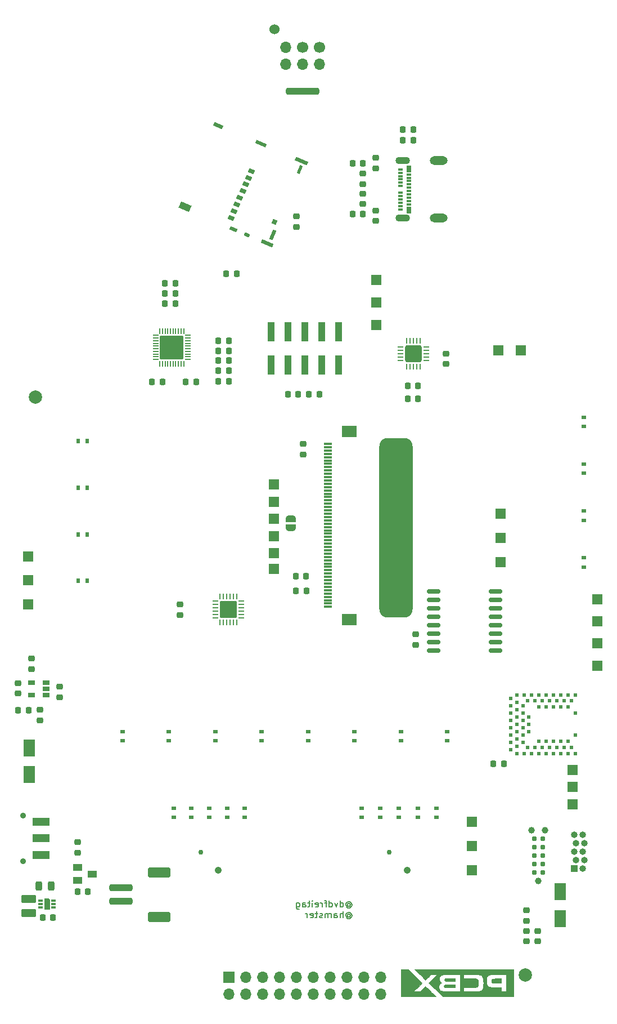
<source format=gbs>
G04 #@! TF.GenerationSoftware,KiCad,Pcbnew,(6.0.5)*
G04 #@! TF.CreationDate,2022-09-11T23:28:05-06:00*
G04 #@! TF.ProjectId,purplewizard,70757270-6c65-4776-997a-6172642e6b69,1.1*
G04 #@! TF.SameCoordinates,Original*
G04 #@! TF.FileFunction,Soldermask,Bot*
G04 #@! TF.FilePolarity,Negative*
%FSLAX46Y46*%
G04 Gerber Fmt 4.6, Leading zero omitted, Abs format (unit mm)*
G04 Created by KiCad (PCBNEW (6.0.5)) date 2022-09-11 23:28:05*
%MOMM*%
%LPD*%
G01*
G04 APERTURE LIST*
G04 Aperture macros list*
%AMRoundRect*
0 Rectangle with rounded corners*
0 $1 Rounding radius*
0 $2 $3 $4 $5 $6 $7 $8 $9 X,Y pos of 4 corners*
0 Add a 4 corners polygon primitive as box body*
4,1,4,$2,$3,$4,$5,$6,$7,$8,$9,$2,$3,0*
0 Add four circle primitives for the rounded corners*
1,1,$1+$1,$2,$3*
1,1,$1+$1,$4,$5*
1,1,$1+$1,$6,$7*
1,1,$1+$1,$8,$9*
0 Add four rect primitives between the rounded corners*
20,1,$1+$1,$2,$3,$4,$5,0*
20,1,$1+$1,$4,$5,$6,$7,0*
20,1,$1+$1,$6,$7,$8,$9,0*
20,1,$1+$1,$8,$9,$2,$3,0*%
%AMRotRect*
0 Rectangle, with rotation*
0 The origin of the aperture is its center*
0 $1 length*
0 $2 width*
0 $3 Rotation angle, in degrees counterclockwise*
0 Add horizontal line*
21,1,$1,$2,0,0,$3*%
%AMOutline5P*
0 Free polygon, 5 corners , with rotation*
0 The origin of the aperture is its center*
0 number of corners: always 5*
0 $1 to $10 corner X, Y*
0 $11 Rotation angle, in degrees counterclockwise*
0 create outline with 5 corners*
4,1,5,$1,$2,$3,$4,$5,$6,$7,$8,$9,$10,$1,$2,$11*%
%AMOutline6P*
0 Free polygon, 6 corners , with rotation*
0 The origin of the aperture is its center*
0 number of corners: always 6*
0 $1 to $12 corner X, Y*
0 $13 Rotation angle, in degrees counterclockwise*
0 create outline with 6 corners*
4,1,6,$1,$2,$3,$4,$5,$6,$7,$8,$9,$10,$11,$12,$1,$2,$13*%
%AMOutline7P*
0 Free polygon, 7 corners , with rotation*
0 The origin of the aperture is its center*
0 number of corners: always 7*
0 $1 to $14 corner X, Y*
0 $15 Rotation angle, in degrees counterclockwise*
0 create outline with 7 corners*
4,1,7,$1,$2,$3,$4,$5,$6,$7,$8,$9,$10,$11,$12,$13,$14,$1,$2,$15*%
%AMOutline8P*
0 Free polygon, 8 corners , with rotation*
0 The origin of the aperture is its center*
0 number of corners: always 8*
0 $1 to $16 corner X, Y*
0 $17 Rotation angle, in degrees counterclockwise*
0 create outline with 8 corners*
4,1,8,$1,$2,$3,$4,$5,$6,$7,$8,$9,$10,$11,$12,$13,$14,$15,$16,$1,$2,$17*%
%AMFreePoly0*
4,1,12,-0.150000,0.225000,-0.138582,0.282403,-0.106066,0.331066,-0.057403,0.363582,0.000000,0.375000,0.057403,0.363582,0.106066,0.331066,0.138582,0.282403,0.150000,0.225000,0.150000,-0.375000,-0.150000,-0.375000,-0.150000,0.225000,-0.150000,0.225000,$1*%
%AMFreePoly1*
4,1,22,0.500000,-0.750000,0.000000,-0.750000,0.000000,-0.745033,-0.079941,-0.743568,-0.215256,-0.701293,-0.333266,-0.622738,-0.424486,-0.514219,-0.481581,-0.384460,-0.499164,-0.250000,-0.500000,-0.250000,-0.500000,0.250000,-0.499164,0.250000,-0.499963,0.256109,-0.478152,0.396186,-0.417904,0.524511,-0.324060,0.630769,-0.204165,0.706417,-0.067858,0.745374,0.000000,0.744959,0.000000,0.750000,
0.500000,0.750000,0.500000,-0.750000,0.500000,-0.750000,$1*%
%AMFreePoly2*
4,1,20,0.000000,0.744959,0.073905,0.744508,0.209726,0.703889,0.328688,0.626782,0.421226,0.519385,0.479903,0.390333,0.500000,0.250000,0.500000,-0.250000,0.499851,-0.262216,0.476331,-0.402017,0.414519,-0.529596,0.319384,-0.634700,0.198574,-0.708877,0.061801,-0.746166,0.000000,-0.745033,0.000000,-0.750000,-0.500000,-0.750000,-0.500000,0.750000,0.000000,0.750000,0.000000,0.744959,
0.000000,0.744959,$1*%
G04 Aperture macros list end*
%ADD10C,0.150000*%
%ADD11C,0.010000*%
%ADD12R,0.700000X0.300000*%
%ADD13R,0.700000X1.000000*%
%ADD14O,2.200000X1.100000*%
%ADD15O,2.700000X1.300000*%
%ADD16RoundRect,0.250000X0.850000X-0.375000X0.850000X0.375000X-0.850000X0.375000X-0.850000X-0.375000X0*%
%ADD17Outline5P,-0.850000X0.240000X-0.690000X0.400000X0.850000X0.400000X0.850000X-0.400000X-0.850000X-0.400000X270.000000*%
%ADD18FreePoly0,270.000000*%
%ADD19FreePoly0,90.000000*%
%ADD20R,0.700000X0.600000*%
%ADD21R,0.600000X0.700000*%
%ADD22RotRect,1.010000X1.700000X67.000000*%
%ADD23RotRect,0.520000X1.150000X67.000000*%
%ADD24RotRect,0.520000X0.820000X67.000000*%
%ADD25RotRect,0.570000X1.850000X67.000000*%
%ADD26RotRect,1.550000X0.550000X67.000000*%
%ADD27RotRect,0.700000X0.700000X67.000000*%
%ADD28RotRect,1.300000X0.450000X67.000000*%
%ADD29RotRect,0.570000X1.960000X67.000000*%
%ADD30RotRect,0.520000X1.650000X67.000000*%
%ADD31RotRect,0.570000X1.450000X67.000000*%
%ADD32RotRect,0.640000X0.900000X67.000000*%
%ADD33R,1.500000X1.500000*%
%ADD34RoundRect,0.218750X-0.218750X-0.256250X0.218750X-0.256250X0.218750X0.256250X-0.218750X0.256250X0*%
%ADD35FreePoly1,270.000000*%
%ADD36FreePoly2,270.000000*%
%ADD37RoundRect,0.250000X-2.250000X-0.250000X2.250000X-0.250000X2.250000X0.250000X-2.250000X0.250000X0*%
%ADD38C,1.700000*%
%ADD39O,1.700000X1.700000*%
%ADD40C,1.524000*%
%ADD41C,2.000000*%
%ADD42RoundRect,0.249998X-1.550002X-1.550002X1.550002X-1.550002X1.550002X1.550002X-1.550002X1.550002X0*%
%ADD43RoundRect,0.062500X-0.350000X-0.062500X0.350000X-0.062500X0.350000X0.062500X-0.350000X0.062500X0*%
%ADD44RoundRect,0.062500X-0.062500X-0.350000X0.062500X-0.350000X0.062500X0.350000X-0.062500X0.350000X0*%
%ADD45R,1.300000X0.300000*%
%ADD46R,2.200000X1.800000*%
%ADD47RoundRect,1.250000X-1.250000X-12.250000X1.250000X-12.250000X1.250000X12.250000X-1.250000X12.250000X0*%
%ADD48R,1.800000X2.500000*%
%ADD49RoundRect,0.218750X-0.256250X0.218750X-0.256250X-0.218750X0.256250X-0.218750X0.256250X0.218750X0*%
%ADD50RoundRect,0.218750X0.256250X-0.218750X0.256250X0.218750X-0.256250X0.218750X-0.256250X-0.218750X0*%
%ADD51RoundRect,0.218750X0.218750X0.256250X-0.218750X0.256250X-0.218750X-0.256250X0.218750X-0.256250X0*%
%ADD52C,0.900000*%
%ADD53R,2.500000X1.250000*%
%ADD54RoundRect,0.243750X-0.243750X-0.456250X0.243750X-0.456250X0.243750X0.456250X-0.243750X0.456250X0*%
%ADD55C,1.050000*%
%ADD56C,0.750000*%
%ADD57C,0.985520*%
%ADD58C,0.988060*%
%ADD59C,0.784860*%
%ADD60R,1.060000X0.650000*%
%ADD61RoundRect,0.250000X-1.450000X0.500000X-1.450000X-0.500000X1.450000X-0.500000X1.450000X0.500000X0*%
%ADD62RoundRect,0.250000X-1.500000X0.250000X-1.500000X-0.250000X1.500000X-0.250000X1.500000X0.250000X0*%
%ADD63R,1.400000X1.000000*%
%ADD64R,1.000000X1.000000*%
%ADD65O,1.000000X1.000000*%
%ADD66RoundRect,0.062500X0.350000X-0.062500X0.350000X0.062500X-0.350000X0.062500X-0.350000X-0.062500X0*%
%ADD67RoundRect,0.062500X0.062500X-0.350000X0.062500X0.350000X-0.062500X0.350000X-0.062500X-0.350000X0*%
%ADD68RoundRect,0.250000X1.000000X-1.000000X1.000000X1.000000X-1.000000X1.000000X-1.000000X-1.000000X0*%
%ADD69R,0.500000X0.500000*%
%ADD70RoundRect,0.150000X-0.875000X-0.150000X0.875000X-0.150000X0.875000X0.150000X-0.875000X0.150000X0*%
%ADD71RoundRect,0.250000X-1.050000X-1.050000X1.050000X-1.050000X1.050000X1.050000X-1.050000X1.050000X0*%
%ADD72R,1.700000X1.700000*%
%ADD73R,1.000000X3.000000*%
G04 APERTURE END LIST*
D10*
X154640957Y-155124790D02*
X154688576Y-155077171D01*
X154783814Y-155029552D01*
X154879052Y-155029552D01*
X154974290Y-155077171D01*
X155021909Y-155124790D01*
X155069528Y-155220028D01*
X155069528Y-155315266D01*
X155021909Y-155410504D01*
X154974290Y-155458123D01*
X154879052Y-155505742D01*
X154783814Y-155505742D01*
X154688576Y-155458123D01*
X154640957Y-155410504D01*
X154640957Y-155029552D02*
X154640957Y-155410504D01*
X154593338Y-155458123D01*
X154545719Y-155458123D01*
X154450480Y-155410504D01*
X154402861Y-155315266D01*
X154402861Y-155077171D01*
X154498100Y-154934314D01*
X154640957Y-154839076D01*
X154831433Y-154791457D01*
X155021909Y-154839076D01*
X155164766Y-154934314D01*
X155260004Y-155077171D01*
X155307623Y-155267647D01*
X155260004Y-155458123D01*
X155164766Y-155600980D01*
X155021909Y-155696219D01*
X154831433Y-155743838D01*
X154640957Y-155696219D01*
X154498100Y-155600980D01*
X153545719Y-155600980D02*
X153545719Y-154600980D01*
X153545719Y-155553361D02*
X153640957Y-155600980D01*
X153831433Y-155600980D01*
X153926671Y-155553361D01*
X153974290Y-155505742D01*
X154021909Y-155410504D01*
X154021909Y-155124790D01*
X153974290Y-155029552D01*
X153926671Y-154981933D01*
X153831433Y-154934314D01*
X153640957Y-154934314D01*
X153545719Y-154981933D01*
X153164766Y-154934314D02*
X152926671Y-155600980D01*
X152688576Y-154934314D01*
X151879052Y-155600980D02*
X151879052Y-154600980D01*
X151879052Y-155553361D02*
X151974290Y-155600980D01*
X152164766Y-155600980D01*
X152260004Y-155553361D01*
X152307623Y-155505742D01*
X152355242Y-155410504D01*
X152355242Y-155124790D01*
X152307623Y-155029552D01*
X152260004Y-154981933D01*
X152164766Y-154934314D01*
X151974290Y-154934314D01*
X151879052Y-154981933D01*
X151545719Y-154934314D02*
X151164766Y-154934314D01*
X151402861Y-155600980D02*
X151402861Y-154743838D01*
X151355242Y-154648600D01*
X151260004Y-154600980D01*
X151164766Y-154600980D01*
X150831433Y-155600980D02*
X150831433Y-154934314D01*
X150831433Y-155124790D02*
X150783814Y-155029552D01*
X150736195Y-154981933D01*
X150640957Y-154934314D01*
X150545719Y-154934314D01*
X149831433Y-155553361D02*
X149926671Y-155600980D01*
X150117147Y-155600980D01*
X150212385Y-155553361D01*
X150260004Y-155458123D01*
X150260004Y-155077171D01*
X150212385Y-154981933D01*
X150117147Y-154934314D01*
X149926671Y-154934314D01*
X149831433Y-154981933D01*
X149783814Y-155077171D01*
X149783814Y-155172409D01*
X150260004Y-155267647D01*
X149355242Y-155600980D02*
X149355242Y-154934314D01*
X149355242Y-154600980D02*
X149402861Y-154648600D01*
X149355242Y-154696219D01*
X149307623Y-154648600D01*
X149355242Y-154600980D01*
X149355242Y-154696219D01*
X149021909Y-154934314D02*
X148640957Y-154934314D01*
X148879052Y-154600980D02*
X148879052Y-155458123D01*
X148831433Y-155553361D01*
X148736195Y-155600980D01*
X148640957Y-155600980D01*
X147879052Y-155600980D02*
X147879052Y-155077171D01*
X147926671Y-154981933D01*
X148021909Y-154934314D01*
X148212385Y-154934314D01*
X148307623Y-154981933D01*
X147879052Y-155553361D02*
X147974290Y-155600980D01*
X148212385Y-155600980D01*
X148307623Y-155553361D01*
X148355242Y-155458123D01*
X148355242Y-155362885D01*
X148307623Y-155267647D01*
X148212385Y-155220028D01*
X147974290Y-155220028D01*
X147879052Y-155172409D01*
X146974290Y-154934314D02*
X146974290Y-155743838D01*
X147021909Y-155839076D01*
X147069528Y-155886695D01*
X147164766Y-155934314D01*
X147307623Y-155934314D01*
X147402861Y-155886695D01*
X146974290Y-155553361D02*
X147069528Y-155600980D01*
X147260004Y-155600980D01*
X147355242Y-155553361D01*
X147402861Y-155505742D01*
X147450480Y-155410504D01*
X147450480Y-155124790D01*
X147402861Y-155029552D01*
X147355242Y-154981933D01*
X147260004Y-154934314D01*
X147069528Y-154934314D01*
X146974290Y-154981933D01*
X154640957Y-156734790D02*
X154688576Y-156687171D01*
X154783814Y-156639552D01*
X154879052Y-156639552D01*
X154974290Y-156687171D01*
X155021909Y-156734790D01*
X155069528Y-156830028D01*
X155069528Y-156925266D01*
X155021909Y-157020504D01*
X154974290Y-157068123D01*
X154879052Y-157115742D01*
X154783814Y-157115742D01*
X154688576Y-157068123D01*
X154640957Y-157020504D01*
X154640957Y-156639552D02*
X154640957Y-157020504D01*
X154593338Y-157068123D01*
X154545719Y-157068123D01*
X154450480Y-157020504D01*
X154402861Y-156925266D01*
X154402861Y-156687171D01*
X154498100Y-156544314D01*
X154640957Y-156449076D01*
X154831433Y-156401457D01*
X155021909Y-156449076D01*
X155164766Y-156544314D01*
X155260004Y-156687171D01*
X155307623Y-156877647D01*
X155260004Y-157068123D01*
X155164766Y-157210980D01*
X155021909Y-157306219D01*
X154831433Y-157353838D01*
X154640957Y-157306219D01*
X154498100Y-157210980D01*
X153974290Y-157210980D02*
X153974290Y-156210980D01*
X153545719Y-157210980D02*
X153545719Y-156687171D01*
X153593338Y-156591933D01*
X153688576Y-156544314D01*
X153831433Y-156544314D01*
X153926671Y-156591933D01*
X153974290Y-156639552D01*
X152640957Y-157210980D02*
X152640957Y-156687171D01*
X152688576Y-156591933D01*
X152783814Y-156544314D01*
X152974290Y-156544314D01*
X153069528Y-156591933D01*
X152640957Y-157163361D02*
X152736195Y-157210980D01*
X152974290Y-157210980D01*
X153069528Y-157163361D01*
X153117147Y-157068123D01*
X153117147Y-156972885D01*
X153069528Y-156877647D01*
X152974290Y-156830028D01*
X152736195Y-156830028D01*
X152640957Y-156782409D01*
X152164766Y-157210980D02*
X152164766Y-156544314D01*
X152164766Y-156639552D02*
X152117147Y-156591933D01*
X152021909Y-156544314D01*
X151879052Y-156544314D01*
X151783814Y-156591933D01*
X151736195Y-156687171D01*
X151736195Y-157210980D01*
X151736195Y-156687171D02*
X151688576Y-156591933D01*
X151593338Y-156544314D01*
X151450480Y-156544314D01*
X151355242Y-156591933D01*
X151307623Y-156687171D01*
X151307623Y-157210980D01*
X150879052Y-157163361D02*
X150783814Y-157210980D01*
X150593338Y-157210980D01*
X150498100Y-157163361D01*
X150450480Y-157068123D01*
X150450480Y-157020504D01*
X150498100Y-156925266D01*
X150593338Y-156877647D01*
X150736195Y-156877647D01*
X150831433Y-156830028D01*
X150879052Y-156734790D01*
X150879052Y-156687171D01*
X150831433Y-156591933D01*
X150736195Y-156544314D01*
X150593338Y-156544314D01*
X150498100Y-156591933D01*
X150164766Y-156544314D02*
X149783814Y-156544314D01*
X150021909Y-156210980D02*
X150021909Y-157068123D01*
X149974290Y-157163361D01*
X149879052Y-157210980D01*
X149783814Y-157210980D01*
X149069528Y-157163361D02*
X149164766Y-157210980D01*
X149355242Y-157210980D01*
X149450480Y-157163361D01*
X149498100Y-157068123D01*
X149498100Y-156687171D01*
X149450480Y-156591933D01*
X149355242Y-156544314D01*
X149164766Y-156544314D01*
X149069528Y-156591933D01*
X149021909Y-156687171D01*
X149021909Y-156782409D01*
X149498100Y-156877647D01*
X148593338Y-157210980D02*
X148593338Y-156544314D01*
X148593338Y-156734790D02*
X148545719Y-156639552D01*
X148498100Y-156591933D01*
X148402861Y-156544314D01*
X148307623Y-156544314D01*
G36*
X177739600Y-167003920D02*
G01*
X177131058Y-167003887D01*
X177011256Y-167003761D01*
X176838112Y-167002642D01*
X176700239Y-166999658D01*
X176593189Y-166993966D01*
X176512515Y-166984723D01*
X176453768Y-166971086D01*
X176412500Y-166952214D01*
X176384262Y-166927263D01*
X176364607Y-166895390D01*
X176349086Y-166855753D01*
X176332027Y-166783424D01*
X176323694Y-166676704D01*
X176330189Y-166571275D01*
X176351391Y-166486360D01*
X176363784Y-166458197D01*
X176380726Y-166429196D01*
X176403516Y-166406375D01*
X176436715Y-166388924D01*
X176484885Y-166376034D01*
X176552584Y-166366893D01*
X176644374Y-166360692D01*
X176764815Y-166356622D01*
X176918467Y-166353871D01*
X177109891Y-166351630D01*
X177739600Y-166344923D01*
X177739600Y-167003920D01*
G37*
D11*
X177739600Y-167003920D02*
X177131058Y-167003887D01*
X177011256Y-167003761D01*
X176838112Y-167002642D01*
X176700239Y-166999658D01*
X176593189Y-166993966D01*
X176512515Y-166984723D01*
X176453768Y-166971086D01*
X176412500Y-166952214D01*
X176384262Y-166927263D01*
X176364607Y-166895390D01*
X176349086Y-166855753D01*
X176332027Y-166783424D01*
X176323694Y-166676704D01*
X176330189Y-166571275D01*
X176351391Y-166486360D01*
X176363784Y-166458197D01*
X176380726Y-166429196D01*
X176403516Y-166406375D01*
X176436715Y-166388924D01*
X176484885Y-166376034D01*
X176552584Y-166366893D01*
X176644374Y-166360692D01*
X176764815Y-166356622D01*
X176918467Y-166353871D01*
X177109891Y-166351630D01*
X177739600Y-166344923D01*
X177739600Y-167003920D01*
G36*
X168981453Y-169058269D02*
G01*
X168196329Y-168296269D01*
X172087254Y-168296269D01*
X173182629Y-168294358D01*
X173439809Y-168293601D01*
X173681501Y-168292110D01*
X173885554Y-168289868D01*
X174054414Y-168286819D01*
X174190524Y-168282906D01*
X174296331Y-168278071D01*
X174374280Y-168272258D01*
X174426814Y-168265410D01*
X174611521Y-168215247D01*
X174768319Y-168135599D01*
X174895459Y-168026107D01*
X174993926Y-167885920D01*
X175064705Y-167714185D01*
X175077167Y-167654641D01*
X175088834Y-167553325D01*
X175097674Y-167424137D01*
X175103680Y-167274757D01*
X175106845Y-167112866D01*
X175107163Y-166946142D01*
X175104628Y-166782266D01*
X175101035Y-166680100D01*
X175530267Y-166680100D01*
X175536897Y-166861591D01*
X175546801Y-166946142D01*
X175557147Y-167034471D01*
X175590695Y-167188146D01*
X175637222Y-167312019D01*
X175645496Y-167327589D01*
X175721635Y-167429325D01*
X175824033Y-167518101D01*
X175938724Y-167581438D01*
X175953674Y-167587314D01*
X175984190Y-167598079D01*
X176017029Y-167606855D01*
X176056636Y-167613895D01*
X176107457Y-167619452D01*
X176173937Y-167623775D01*
X176260522Y-167627118D01*
X176371658Y-167629733D01*
X176511789Y-167631871D01*
X176685362Y-167633784D01*
X176896822Y-167635724D01*
X177737639Y-167643112D01*
X177743488Y-167953815D01*
X177749337Y-168264519D01*
X178135629Y-168270288D01*
X178521920Y-168276057D01*
X178521920Y-165711060D01*
X177352462Y-165719448D01*
X177293364Y-165719874D01*
X177039719Y-165721796D01*
X176823907Y-165723807D01*
X176642214Y-165726200D01*
X176490929Y-165729272D01*
X176366339Y-165733318D01*
X176264734Y-165738632D01*
X176182400Y-165745511D01*
X176115626Y-165754250D01*
X176060699Y-165765144D01*
X176013908Y-165778488D01*
X175971540Y-165794577D01*
X175929884Y-165813707D01*
X175885227Y-165836174D01*
X175874765Y-165841706D01*
X175764194Y-165923820D01*
X175670588Y-166036424D01*
X175602648Y-166169260D01*
X175595297Y-166189917D01*
X175559146Y-166333668D01*
X175537576Y-166500594D01*
X175530267Y-166680100D01*
X175101035Y-166680100D01*
X175099235Y-166628916D01*
X175090976Y-166493774D01*
X175079845Y-166384518D01*
X175065837Y-166308828D01*
X175058073Y-166281470D01*
X175000391Y-166125594D01*
X174925478Y-166000153D01*
X174828598Y-165901232D01*
X174705012Y-165824915D01*
X174549983Y-165767286D01*
X174358775Y-165724431D01*
X174354345Y-165723670D01*
X174301287Y-165716133D01*
X174236459Y-165709851D01*
X174156042Y-165704727D01*
X174056216Y-165700662D01*
X173933159Y-165697558D01*
X173783053Y-165695314D01*
X173602076Y-165693834D01*
X173386409Y-165693019D01*
X173132231Y-165692769D01*
X172087254Y-165692769D01*
X172087254Y-166325026D01*
X173034462Y-166333468D01*
X173202523Y-166335124D01*
X173427076Y-166338016D01*
X173613720Y-166341416D01*
X173765131Y-166345416D01*
X173883987Y-166350107D01*
X173972964Y-166355582D01*
X174034740Y-166361934D01*
X174071991Y-166369255D01*
X174139123Y-166396722D01*
X174200758Y-166443525D01*
X174246953Y-166510622D01*
X174279132Y-166602253D01*
X174298716Y-166722662D01*
X174307127Y-166876093D01*
X174305788Y-167066786D01*
X174305177Y-167088385D01*
X174299578Y-167223377D01*
X174290521Y-167324757D01*
X174275994Y-167400178D01*
X174253986Y-167457292D01*
X174222483Y-167503752D01*
X174179473Y-167547211D01*
X174161687Y-167562772D01*
X174134773Y-167583153D01*
X174104413Y-167600047D01*
X174066718Y-167613825D01*
X174017799Y-167624859D01*
X173953768Y-167633518D01*
X173870736Y-167640174D01*
X173764815Y-167645198D01*
X173632116Y-167648959D01*
X173468749Y-167651829D01*
X173270828Y-167654179D01*
X173034462Y-167656380D01*
X172087254Y-167664673D01*
X172087254Y-168296269D01*
X168196329Y-168296269D01*
X167923637Y-168031609D01*
X167455314Y-167577080D01*
X168361920Y-167577080D01*
X168362247Y-167606451D01*
X168381348Y-167785174D01*
X168430483Y-167934241D01*
X168510482Y-168054617D01*
X168622181Y-168147272D01*
X168766410Y-168213173D01*
X168944004Y-168253287D01*
X168967660Y-168255634D01*
X169040029Y-168259528D01*
X169148501Y-168263112D01*
X169289116Y-168266325D01*
X169457914Y-168269104D01*
X169650933Y-168271391D01*
X169864213Y-168273124D01*
X170093793Y-168274241D01*
X170335712Y-168274683D01*
X171579254Y-168275102D01*
X171579254Y-165711800D01*
X169028670Y-165724816D01*
X168880504Y-165776721D01*
X168810438Y-165804862D01*
X168671831Y-165889116D01*
X168566225Y-165999669D01*
X168493978Y-166135929D01*
X168455449Y-166297307D01*
X168450996Y-166483212D01*
X168464204Y-166588931D01*
X168505365Y-166714644D01*
X168576147Y-166816670D01*
X168680328Y-166901909D01*
X168787051Y-166971063D01*
X168686374Y-167003195D01*
X168586311Y-167048560D01*
X168488253Y-167133278D01*
X168418118Y-167249693D01*
X168375982Y-167397671D01*
X168361920Y-167577080D01*
X167455314Y-167577080D01*
X166865821Y-167004950D01*
X167513329Y-166359743D01*
X168160837Y-165714537D01*
X167691065Y-165714236D01*
X167221294Y-165713935D01*
X166907899Y-166014416D01*
X166902479Y-166019612D01*
X166799115Y-166118699D01*
X166698727Y-166214904D01*
X166608211Y-166301621D01*
X166534459Y-166372246D01*
X166484367Y-166420175D01*
X166374230Y-166525454D01*
X165810974Y-165976820D01*
X165710423Y-165878932D01*
X165566788Y-165739268D01*
X165424967Y-165601543D01*
X165290658Y-165471284D01*
X165169559Y-165354014D01*
X165067366Y-165255257D01*
X164989778Y-165180539D01*
X164731837Y-164932892D01*
X172166629Y-164931830D01*
X179601420Y-164930769D01*
X179601420Y-169058269D01*
X168981453Y-169058269D01*
G37*
X168981453Y-169058269D02*
X168196329Y-168296269D01*
X172087254Y-168296269D01*
X173182629Y-168294358D01*
X173439809Y-168293601D01*
X173681501Y-168292110D01*
X173885554Y-168289868D01*
X174054414Y-168286819D01*
X174190524Y-168282906D01*
X174296331Y-168278071D01*
X174374280Y-168272258D01*
X174426814Y-168265410D01*
X174611521Y-168215247D01*
X174768319Y-168135599D01*
X174895459Y-168026107D01*
X174993926Y-167885920D01*
X175064705Y-167714185D01*
X175077167Y-167654641D01*
X175088834Y-167553325D01*
X175097674Y-167424137D01*
X175103680Y-167274757D01*
X175106845Y-167112866D01*
X175107163Y-166946142D01*
X175104628Y-166782266D01*
X175101035Y-166680100D01*
X175530267Y-166680100D01*
X175536897Y-166861591D01*
X175546801Y-166946142D01*
X175557147Y-167034471D01*
X175590695Y-167188146D01*
X175637222Y-167312019D01*
X175645496Y-167327589D01*
X175721635Y-167429325D01*
X175824033Y-167518101D01*
X175938724Y-167581438D01*
X175953674Y-167587314D01*
X175984190Y-167598079D01*
X176017029Y-167606855D01*
X176056636Y-167613895D01*
X176107457Y-167619452D01*
X176173937Y-167623775D01*
X176260522Y-167627118D01*
X176371658Y-167629733D01*
X176511789Y-167631871D01*
X176685362Y-167633784D01*
X176896822Y-167635724D01*
X177737639Y-167643112D01*
X177743488Y-167953815D01*
X177749337Y-168264519D01*
X178135629Y-168270288D01*
X178521920Y-168276057D01*
X178521920Y-165711060D01*
X177352462Y-165719448D01*
X177293364Y-165719874D01*
X177039719Y-165721796D01*
X176823907Y-165723807D01*
X176642214Y-165726200D01*
X176490929Y-165729272D01*
X176366339Y-165733318D01*
X176264734Y-165738632D01*
X176182400Y-165745511D01*
X176115626Y-165754250D01*
X176060699Y-165765144D01*
X176013908Y-165778488D01*
X175971540Y-165794577D01*
X175929884Y-165813707D01*
X175885227Y-165836174D01*
X175874765Y-165841706D01*
X175764194Y-165923820D01*
X175670588Y-166036424D01*
X175602648Y-166169260D01*
X175595297Y-166189917D01*
X175559146Y-166333668D01*
X175537576Y-166500594D01*
X175530267Y-166680100D01*
X175101035Y-166680100D01*
X175099235Y-166628916D01*
X175090976Y-166493774D01*
X175079845Y-166384518D01*
X175065837Y-166308828D01*
X175058073Y-166281470D01*
X175000391Y-166125594D01*
X174925478Y-166000153D01*
X174828598Y-165901232D01*
X174705012Y-165824915D01*
X174549983Y-165767286D01*
X174358775Y-165724431D01*
X174354345Y-165723670D01*
X174301287Y-165716133D01*
X174236459Y-165709851D01*
X174156042Y-165704727D01*
X174056216Y-165700662D01*
X173933159Y-165697558D01*
X173783053Y-165695314D01*
X173602076Y-165693834D01*
X173386409Y-165693019D01*
X173132231Y-165692769D01*
X172087254Y-165692769D01*
X172087254Y-166325026D01*
X173034462Y-166333468D01*
X173202523Y-166335124D01*
X173427076Y-166338016D01*
X173613720Y-166341416D01*
X173765131Y-166345416D01*
X173883987Y-166350107D01*
X173972964Y-166355582D01*
X174034740Y-166361934D01*
X174071991Y-166369255D01*
X174139123Y-166396722D01*
X174200758Y-166443525D01*
X174246953Y-166510622D01*
X174279132Y-166602253D01*
X174298716Y-166722662D01*
X174307127Y-166876093D01*
X174305788Y-167066786D01*
X174305177Y-167088385D01*
X174299578Y-167223377D01*
X174290521Y-167324757D01*
X174275994Y-167400178D01*
X174253986Y-167457292D01*
X174222483Y-167503752D01*
X174179473Y-167547211D01*
X174161687Y-167562772D01*
X174134773Y-167583153D01*
X174104413Y-167600047D01*
X174066718Y-167613825D01*
X174017799Y-167624859D01*
X173953768Y-167633518D01*
X173870736Y-167640174D01*
X173764815Y-167645198D01*
X173632116Y-167648959D01*
X173468749Y-167651829D01*
X173270828Y-167654179D01*
X173034462Y-167656380D01*
X172087254Y-167664673D01*
X172087254Y-168296269D01*
X168196329Y-168296269D01*
X167923637Y-168031609D01*
X167455314Y-167577080D01*
X168361920Y-167577080D01*
X168362247Y-167606451D01*
X168381348Y-167785174D01*
X168430483Y-167934241D01*
X168510482Y-168054617D01*
X168622181Y-168147272D01*
X168766410Y-168213173D01*
X168944004Y-168253287D01*
X168967660Y-168255634D01*
X169040029Y-168259528D01*
X169148501Y-168263112D01*
X169289116Y-168266325D01*
X169457914Y-168269104D01*
X169650933Y-168271391D01*
X169864213Y-168273124D01*
X170093793Y-168274241D01*
X170335712Y-168274683D01*
X171579254Y-168275102D01*
X171579254Y-165711800D01*
X169028670Y-165724816D01*
X168880504Y-165776721D01*
X168810438Y-165804862D01*
X168671831Y-165889116D01*
X168566225Y-165999669D01*
X168493978Y-166135929D01*
X168455449Y-166297307D01*
X168450996Y-166483212D01*
X168464204Y-166588931D01*
X168505365Y-166714644D01*
X168576147Y-166816670D01*
X168680328Y-166901909D01*
X168787051Y-166971063D01*
X168686374Y-167003195D01*
X168586311Y-167048560D01*
X168488253Y-167133278D01*
X168418118Y-167249693D01*
X168375982Y-167397671D01*
X168361920Y-167577080D01*
X167455314Y-167577080D01*
X166865821Y-167004950D01*
X167513329Y-166359743D01*
X168160837Y-165714537D01*
X167691065Y-165714236D01*
X167221294Y-165713935D01*
X166907899Y-166014416D01*
X166902479Y-166019612D01*
X166799115Y-166118699D01*
X166698727Y-166214904D01*
X166608211Y-166301621D01*
X166534459Y-166372246D01*
X166484367Y-166420175D01*
X166374230Y-166525454D01*
X165810974Y-165976820D01*
X165710423Y-165878932D01*
X165566788Y-165739268D01*
X165424967Y-165601543D01*
X165290658Y-165471284D01*
X165169559Y-165354014D01*
X165067366Y-165255257D01*
X164989778Y-165180539D01*
X164731837Y-164932892D01*
X172166629Y-164931830D01*
X179601420Y-164930769D01*
X179601420Y-169058269D01*
X168981453Y-169058269D01*
G36*
X170797780Y-167682100D02*
G01*
X169271856Y-167682100D01*
X169219901Y-167630146D01*
X169215742Y-167625915D01*
X169185923Y-167585738D01*
X169171624Y-167535736D01*
X169167947Y-167459850D01*
X169167978Y-167450345D01*
X169172526Y-167377876D01*
X169188200Y-167329632D01*
X169219901Y-167289555D01*
X169271856Y-167237600D01*
X170797780Y-167237600D01*
X170797780Y-167682100D01*
G37*
X170797780Y-167682100D02*
X169271856Y-167682100D01*
X169219901Y-167630146D01*
X169215742Y-167625915D01*
X169185923Y-167585738D01*
X169171624Y-167535736D01*
X169167947Y-167459850D01*
X169167978Y-167450345D01*
X169172526Y-167377876D01*
X169188200Y-167329632D01*
X169219901Y-167289555D01*
X169271856Y-167237600D01*
X170797780Y-167237600D01*
X170797780Y-167682100D01*
G36*
X164239391Y-165823789D02*
G01*
X164256433Y-165852947D01*
X164244215Y-165876075D01*
X164218852Y-165872521D01*
X164197784Y-165844569D01*
X164198233Y-165831741D01*
X164222919Y-165819434D01*
X164239391Y-165823789D01*
G37*
X164239391Y-165823789D02*
X164256433Y-165852947D01*
X164244215Y-165876075D01*
X164218852Y-165872521D01*
X164197784Y-165844569D01*
X164198233Y-165831741D01*
X164222919Y-165819434D01*
X164239391Y-165823789D01*
G36*
X164321385Y-166037297D02*
G01*
X164262053Y-166068908D01*
X164199579Y-166066990D01*
X164143343Y-166035813D01*
X164102724Y-165979645D01*
X164087100Y-165902755D01*
X164088322Y-165876688D01*
X164101752Y-165831745D01*
X164151218Y-165831745D01*
X164167992Y-165884756D01*
X164179207Y-165909411D01*
X164171333Y-165936118D01*
X164153181Y-165962469D01*
X164153994Y-165994449D01*
X164173748Y-166009934D01*
X164189320Y-166001954D01*
X164207967Y-165967600D01*
X164217973Y-165942882D01*
X164237735Y-165925267D01*
X164248593Y-165933190D01*
X164256433Y-165967600D01*
X164262218Y-165992238D01*
X164289289Y-166009934D01*
X164291786Y-166009862D01*
X164309843Y-165999588D01*
X164317112Y-165965589D01*
X164315748Y-165898809D01*
X164311415Y-165840472D01*
X164301912Y-165803268D01*
X164280655Y-165787225D01*
X164240413Y-165781040D01*
X164222679Y-165780251D01*
X164171033Y-165794639D01*
X164151218Y-165831745D01*
X164101752Y-165831745D01*
X164112003Y-165797442D01*
X164162474Y-165746024D01*
X164235266Y-165727711D01*
X164246827Y-165728142D01*
X164313751Y-165750953D01*
X164360076Y-165801289D01*
X164382213Y-165869172D01*
X164376572Y-165944622D01*
X164365948Y-165965589D01*
X164339564Y-166017662D01*
X164321385Y-166037297D01*
G37*
X164321385Y-166037297D02*
X164262053Y-166068908D01*
X164199579Y-166066990D01*
X164143343Y-166035813D01*
X164102724Y-165979645D01*
X164087100Y-165902755D01*
X164088322Y-165876688D01*
X164101752Y-165831745D01*
X164151218Y-165831745D01*
X164167992Y-165884756D01*
X164179207Y-165909411D01*
X164171333Y-165936118D01*
X164153181Y-165962469D01*
X164153994Y-165994449D01*
X164173748Y-166009934D01*
X164189320Y-166001954D01*
X164207967Y-165967600D01*
X164217973Y-165942882D01*
X164237735Y-165925267D01*
X164248593Y-165933190D01*
X164256433Y-165967600D01*
X164262218Y-165992238D01*
X164289289Y-166009934D01*
X164291786Y-166009862D01*
X164309843Y-165999588D01*
X164317112Y-165965589D01*
X164315748Y-165898809D01*
X164311415Y-165840472D01*
X164301912Y-165803268D01*
X164280655Y-165787225D01*
X164240413Y-165781040D01*
X164222679Y-165780251D01*
X164171033Y-165794639D01*
X164151218Y-165831745D01*
X164101752Y-165831745D01*
X164112003Y-165797442D01*
X164162474Y-165746024D01*
X164235266Y-165727711D01*
X164246827Y-165728142D01*
X164313751Y-165750953D01*
X164360076Y-165801289D01*
X164382213Y-165869172D01*
X164376572Y-165944622D01*
X164365948Y-165965589D01*
X164339564Y-166017662D01*
X164321385Y-166037297D01*
G36*
X170802860Y-166712576D02*
G01*
X170079266Y-166712576D01*
X169887954Y-166712515D01*
X169731205Y-166712155D01*
X169607922Y-166711229D01*
X169513638Y-166709472D01*
X169443884Y-166706616D01*
X169394193Y-166702397D01*
X169360095Y-166696547D01*
X169337123Y-166688800D01*
X169320808Y-166678891D01*
X169306683Y-166666553D01*
X169292066Y-166650139D01*
X169260924Y-166580191D01*
X169254101Y-166496520D01*
X169271316Y-166414909D01*
X169312289Y-166351140D01*
X169366884Y-166299826D01*
X170802860Y-166287640D01*
X170802860Y-166712576D01*
G37*
X170802860Y-166712576D02*
X170079266Y-166712576D01*
X169887954Y-166712515D01*
X169731205Y-166712155D01*
X169607922Y-166711229D01*
X169513638Y-166709472D01*
X169443884Y-166706616D01*
X169394193Y-166702397D01*
X169360095Y-166696547D01*
X169337123Y-166688800D01*
X169320808Y-166678891D01*
X169306683Y-166666553D01*
X169292066Y-166650139D01*
X169260924Y-166580191D01*
X169254101Y-166496520D01*
X169271316Y-166414909D01*
X169312289Y-166351140D01*
X169366884Y-166299826D01*
X170802860Y-166287640D01*
X170802860Y-166712576D01*
G36*
X165875683Y-167002833D02*
G01*
X165462933Y-167399798D01*
X165384533Y-167475277D01*
X165254208Y-167601028D01*
X165123546Y-167727412D01*
X165000269Y-167846946D01*
X164892102Y-167952146D01*
X164806766Y-168035530D01*
X164563350Y-168274296D01*
X165070083Y-168274532D01*
X165576815Y-168274767D01*
X165973516Y-167880058D01*
X166370216Y-167485350D01*
X167165408Y-168265724D01*
X167231126Y-168330237D01*
X167379301Y-168475850D01*
X167516776Y-168611157D01*
X167640759Y-168733398D01*
X167748458Y-168839813D01*
X167837083Y-168927643D01*
X167903843Y-168994126D01*
X167945945Y-169036504D01*
X167960600Y-169052016D01*
X167940249Y-169052749D01*
X167880077Y-169053463D01*
X167782616Y-169054144D01*
X167650402Y-169054788D01*
X167485968Y-169055387D01*
X167291850Y-169055938D01*
X167070582Y-169056433D01*
X166824699Y-169056868D01*
X166556735Y-169057236D01*
X166269225Y-169057533D01*
X165964704Y-169057752D01*
X165645706Y-169057887D01*
X165314766Y-169057934D01*
X162668933Y-169057934D01*
X162668933Y-165881365D01*
X164046303Y-165881365D01*
X164058395Y-165966399D01*
X164097860Y-166040587D01*
X164160592Y-166090479D01*
X164213998Y-166110332D01*
X164263257Y-166109930D01*
X164322303Y-166084024D01*
X164373103Y-166043363D01*
X164410468Y-165976082D01*
X164420982Y-165899446D01*
X164406761Y-165823143D01*
X164369924Y-165756860D01*
X164312587Y-165710285D01*
X164236869Y-165693107D01*
X164188784Y-165697292D01*
X164119710Y-165727415D01*
X164069391Y-165791584D01*
X164065686Y-165798936D01*
X164046303Y-165881365D01*
X162668933Y-165881365D01*
X162668933Y-164930434D01*
X163782359Y-164930434D01*
X164761156Y-165899446D01*
X164829021Y-165966633D01*
X165875683Y-167002833D01*
G37*
X165875683Y-167002833D02*
X165462933Y-167399798D01*
X165384533Y-167475277D01*
X165254208Y-167601028D01*
X165123546Y-167727412D01*
X165000269Y-167846946D01*
X164892102Y-167952146D01*
X164806766Y-168035530D01*
X164563350Y-168274296D01*
X165070083Y-168274532D01*
X165576815Y-168274767D01*
X165973516Y-167880058D01*
X166370216Y-167485350D01*
X167165408Y-168265724D01*
X167231126Y-168330237D01*
X167379301Y-168475850D01*
X167516776Y-168611157D01*
X167640759Y-168733398D01*
X167748458Y-168839813D01*
X167837083Y-168927643D01*
X167903843Y-168994126D01*
X167945945Y-169036504D01*
X167960600Y-169052016D01*
X167940249Y-169052749D01*
X167880077Y-169053463D01*
X167782616Y-169054144D01*
X167650402Y-169054788D01*
X167485968Y-169055387D01*
X167291850Y-169055938D01*
X167070582Y-169056433D01*
X166824699Y-169056868D01*
X166556735Y-169057236D01*
X166269225Y-169057533D01*
X165964704Y-169057752D01*
X165645706Y-169057887D01*
X165314766Y-169057934D01*
X162668933Y-169057934D01*
X162668933Y-165881365D01*
X164046303Y-165881365D01*
X164058395Y-165966399D01*
X164097860Y-166040587D01*
X164160592Y-166090479D01*
X164213998Y-166110332D01*
X164263257Y-166109930D01*
X164322303Y-166084024D01*
X164373103Y-166043363D01*
X164410468Y-165976082D01*
X164420982Y-165899446D01*
X164406761Y-165823143D01*
X164369924Y-165756860D01*
X164312587Y-165710285D01*
X164236869Y-165693107D01*
X164188784Y-165697292D01*
X164119710Y-165727415D01*
X164069391Y-165791584D01*
X164065686Y-165798936D01*
X164046303Y-165881365D01*
X162668933Y-165881365D01*
X162668933Y-164930434D01*
X163782359Y-164930434D01*
X164761156Y-165899446D01*
X164829021Y-165966633D01*
X165875683Y-167002833D01*
D12*
X162585600Y-44713600D03*
X162585600Y-45213600D03*
X162585600Y-45713600D03*
X162585600Y-46213600D03*
X162585600Y-46713600D03*
X162585600Y-47213600D03*
X162585600Y-48213600D03*
X162585600Y-48713600D03*
X162585600Y-49213600D03*
X162585600Y-49713600D03*
X162585600Y-50213600D03*
X162585600Y-50713600D03*
D13*
X163885600Y-50813600D03*
D12*
X163885600Y-49963600D03*
X163885600Y-49463600D03*
X163885600Y-48963600D03*
X163885600Y-48463600D03*
X163885600Y-47963600D03*
X163885600Y-47463600D03*
X163885600Y-46963600D03*
X163885600Y-46463600D03*
X163885600Y-45963600D03*
X163885600Y-45463600D03*
D13*
X163885600Y-44613600D03*
D14*
X162995600Y-43393600D03*
X162995600Y-43393600D03*
X162995600Y-52033600D03*
X162995600Y-52033600D03*
D15*
X168355600Y-43393600D03*
X168355600Y-43393600D03*
X168355600Y-52033600D03*
X168355600Y-52033600D03*
D16*
X106615600Y-156498600D03*
X106615600Y-154348600D03*
D17*
X109425600Y-155130500D03*
D18*
X108450600Y-154630500D03*
X108450600Y-155130500D03*
X108450600Y-155630500D03*
D19*
X110400600Y-155630500D03*
X110400600Y-155130500D03*
X110400600Y-154630500D03*
D20*
X156751020Y-140727200D03*
X156751020Y-142127200D03*
X168046400Y-140727200D03*
X168046400Y-142127200D03*
X162398710Y-140727200D03*
X162398710Y-142127200D03*
X165222555Y-140727200D03*
X165222555Y-142127200D03*
X159574865Y-140727200D03*
X159574865Y-142127200D03*
X128483360Y-140727200D03*
X128483360Y-142127200D03*
X139194540Y-140727200D03*
X139194540Y-142127200D03*
X133838950Y-140727200D03*
X133838950Y-142127200D03*
X136516745Y-140727200D03*
X136516745Y-142127200D03*
X131161155Y-140727200D03*
X131161155Y-142127200D03*
D21*
X115475600Y-106573600D03*
X114075600Y-106573600D03*
X115475600Y-99563600D03*
X114075600Y-99563600D03*
X115475600Y-92553600D03*
X114075600Y-92553600D03*
X115475600Y-85543600D03*
X114075600Y-85543600D03*
D20*
X169661840Y-129200680D03*
X169661840Y-130600680D03*
X162680104Y-129200680D03*
X162680104Y-130600680D03*
X155698370Y-129200680D03*
X155698370Y-130600680D03*
X148716636Y-129200680D03*
X148716636Y-130600680D03*
X141734902Y-129200680D03*
X141734902Y-130600680D03*
X134753168Y-129200680D03*
X134753168Y-130600680D03*
X127771434Y-129200680D03*
X127771434Y-130600680D03*
X120789700Y-129200680D03*
X120789700Y-130600680D03*
X190235600Y-103073600D03*
X190235600Y-104473600D03*
X190235600Y-96040266D03*
X190235600Y-97440266D03*
X190235600Y-89006933D03*
X190235600Y-90406933D03*
X190235600Y-81973600D03*
X190235600Y-83373600D03*
D22*
X130170090Y-50307692D03*
D23*
X137461413Y-53668833D03*
D24*
X139500331Y-54534303D03*
D25*
X142533958Y-55794842D03*
D26*
X143426602Y-54587661D03*
D27*
X143637747Y-52618633D03*
D28*
X147467659Y-44760409D03*
D29*
X147707405Y-43466202D03*
D30*
X141600418Y-40846781D03*
D31*
X135193141Y-38154212D03*
D32*
X137149155Y-52037110D03*
X137578959Y-51024555D03*
X138008763Y-50012000D03*
X138438567Y-48999444D03*
X138868372Y-47986889D03*
X139298176Y-46974334D03*
X139727980Y-45961778D03*
X140157784Y-44949223D03*
D33*
X143555600Y-92063600D03*
X143555600Y-97243600D03*
D34*
X146838100Y-105893600D03*
X148413100Y-105893600D03*
D35*
X146105600Y-97243600D03*
D36*
X146105600Y-98543600D03*
D33*
X143555600Y-104753600D03*
D37*
X147876260Y-32979360D03*
D38*
X150418800Y-26390600D03*
D39*
X150418800Y-28930600D03*
D40*
X143682720Y-23665180D03*
D38*
X147878800Y-26390600D03*
D39*
X147878800Y-28930600D03*
X145338800Y-26390600D03*
X145338800Y-28930600D03*
D41*
X181375600Y-165783600D03*
X107675600Y-78973600D03*
D42*
X128185600Y-71463600D03*
D43*
X125748100Y-73263600D03*
X125748100Y-72863600D03*
X125748100Y-72463600D03*
X125748100Y-72063600D03*
X125748100Y-71663600D03*
X125748100Y-71263600D03*
X125748100Y-70863600D03*
X125748100Y-70463600D03*
X125748100Y-70063600D03*
X125748100Y-69663600D03*
D44*
X126385600Y-69026100D03*
X126785600Y-69026100D03*
X127185600Y-69026100D03*
X127585600Y-69026100D03*
X127985600Y-69026100D03*
X128385600Y-69026100D03*
X128785600Y-69026100D03*
X129185600Y-69026100D03*
X129585600Y-69026100D03*
X129985600Y-69026100D03*
D43*
X130623100Y-69663600D03*
X130623100Y-70063600D03*
X130623100Y-70463600D03*
X130623100Y-70863600D03*
X130623100Y-71263600D03*
X130623100Y-71663600D03*
X130623100Y-72063600D03*
X130623100Y-72463600D03*
X130623100Y-72863600D03*
X130623100Y-73263600D03*
D44*
X129985600Y-73901100D03*
X129585600Y-73901100D03*
X129185600Y-73901100D03*
X128785600Y-73901100D03*
X128385600Y-73901100D03*
X127985600Y-73901100D03*
X127585600Y-73901100D03*
X127185600Y-73901100D03*
X126785600Y-73901100D03*
X126385600Y-73901100D03*
D45*
X151665600Y-110463600D03*
X151665600Y-109963600D03*
X151665600Y-109463600D03*
X151665600Y-108963600D03*
X151665600Y-108463600D03*
X151665600Y-107963600D03*
X151665600Y-107463600D03*
X151665600Y-106963600D03*
X151665600Y-106463600D03*
X151665600Y-105963600D03*
X151665600Y-105463600D03*
X151665600Y-104963600D03*
X151665600Y-104463600D03*
X151665600Y-103963600D03*
X151665600Y-103463600D03*
X151665600Y-102963600D03*
X151665600Y-102463600D03*
X151665600Y-101963600D03*
X151665600Y-101463600D03*
X151665600Y-100963600D03*
X151665600Y-100463600D03*
X151665600Y-99963600D03*
X151665600Y-99463600D03*
X151665600Y-98963600D03*
X151665600Y-98463600D03*
X151665600Y-97963600D03*
X151665600Y-97463600D03*
X151665600Y-96963600D03*
X151665600Y-96463600D03*
X151665600Y-95963600D03*
X151665600Y-95463600D03*
X151665600Y-94963600D03*
X151665600Y-94463600D03*
X151665600Y-93963600D03*
X151665600Y-93463600D03*
X151665600Y-92963600D03*
X151665600Y-92463600D03*
X151665600Y-91963600D03*
X151665600Y-91463600D03*
X151665600Y-90963600D03*
X151665600Y-90463600D03*
X151665600Y-89963600D03*
X151665600Y-89463600D03*
X151665600Y-88963600D03*
X151665600Y-88463600D03*
X151665600Y-87963600D03*
X151665600Y-87463600D03*
X151665600Y-86963600D03*
X151665600Y-86463600D03*
X151665600Y-85963600D03*
D46*
X154915600Y-84063600D03*
X154915600Y-112363600D03*
D47*
X161965600Y-98543600D03*
D48*
X186644280Y-153305760D03*
X186644280Y-157305760D03*
D49*
X156925600Y-49924432D03*
X156925600Y-48349432D03*
X111274860Y-124051160D03*
X111274860Y-122476160D03*
D50*
X108351320Y-125950880D03*
X108351320Y-127525880D03*
D34*
X136783100Y-70463600D03*
X135208100Y-70463600D03*
D49*
X183317600Y-160748500D03*
X183317600Y-159173500D03*
D50*
X113982500Y-145839080D03*
X113982500Y-147414080D03*
D51*
X108728100Y-157203600D03*
X110303100Y-157203600D03*
D34*
X165253100Y-79163600D03*
X163678100Y-79163600D03*
D50*
X169445600Y-72396100D03*
X169445600Y-73971100D03*
D34*
X178203100Y-134083600D03*
X176628100Y-134083600D03*
X165253100Y-77213600D03*
X163678100Y-77213600D03*
D52*
X105805600Y-141873600D03*
X105805600Y-148673600D03*
D53*
X108555600Y-142773600D03*
X108555600Y-145273600D03*
X108555600Y-147773600D03*
D49*
X156915600Y-46897766D03*
X156915600Y-45322766D03*
D50*
X164875600Y-114616100D03*
X164875600Y-116191100D03*
D34*
X164523100Y-40353600D03*
X162948100Y-40353600D03*
D51*
X135208100Y-71953600D03*
X136783100Y-71953600D03*
X135208100Y-74933600D03*
X136783100Y-74933600D03*
X127158100Y-63368600D03*
X128733100Y-63368600D03*
X127158100Y-61823600D03*
X128733100Y-61823600D03*
D34*
X136783100Y-73443600D03*
X135208100Y-73443600D03*
D49*
X105021380Y-123512680D03*
X105021380Y-121937680D03*
D54*
X110023100Y-152433600D03*
X108148100Y-152433600D03*
D55*
X163624103Y-150035103D03*
D56*
X160937097Y-147348097D03*
D50*
X129425600Y-110116100D03*
X129425600Y-111691100D03*
D55*
X135226903Y-150035103D03*
D56*
X132539897Y-147348097D03*
D50*
X181565000Y-159173500D03*
X181565000Y-160748500D03*
X147995600Y-85996100D03*
X147995600Y-87571100D03*
D51*
X155388100Y-51413600D03*
X156963100Y-51413600D03*
D50*
X158925600Y-50886100D03*
X158925600Y-52461100D03*
X158925600Y-42956100D03*
X158925600Y-44531100D03*
D57*
X182369460Y-144084040D03*
X184401460Y-144084040D03*
D58*
X183385460Y-151704040D03*
D59*
X184020460Y-147894040D03*
X182750460Y-147894040D03*
X184020460Y-149164040D03*
X182750460Y-149164040D03*
X184020460Y-150434040D03*
X182750460Y-150434040D03*
X182750460Y-146624040D03*
X184020460Y-146624040D03*
X182750460Y-145354040D03*
X184020460Y-145354040D03*
D60*
X107109080Y-121823440D03*
X107109080Y-123723440D03*
X109309080Y-123723440D03*
X109309080Y-122773440D03*
X109309080Y-121823440D03*
D51*
X155378100Y-43833600D03*
X156953100Y-43833600D03*
D61*
X126308440Y-157058100D03*
X126308440Y-150358100D03*
D62*
X120558440Y-154708100D03*
X120558440Y-152708100D03*
D63*
X116187400Y-150624540D03*
X113987400Y-149674540D03*
X113987400Y-151574540D03*
D64*
X188808360Y-149814280D03*
D65*
X190078360Y-149814280D03*
X189008360Y-148544280D03*
X190278360Y-148544280D03*
X188808360Y-147274280D03*
X190078360Y-147274280D03*
X189008360Y-146004280D03*
X190278360Y-146004280D03*
X188808360Y-144734280D03*
X190078360Y-144734280D03*
D50*
X146985600Y-51786100D03*
X146985600Y-53361100D03*
D51*
X113993100Y-153238600D03*
X115568100Y-153238600D03*
D66*
X166523100Y-73403600D03*
X166523100Y-72903600D03*
X166523100Y-72403600D03*
X166523100Y-71903600D03*
X166523100Y-71403600D03*
D67*
X165585600Y-70466100D03*
X165085600Y-70466100D03*
X164585600Y-70466100D03*
X164085600Y-70466100D03*
X163585600Y-70466100D03*
D66*
X162648100Y-71403600D03*
X162648100Y-71903600D03*
X162648100Y-72403600D03*
X162648100Y-72903600D03*
X162648100Y-73403600D03*
D67*
X163585600Y-74341100D03*
X164085600Y-74341100D03*
X164585600Y-74341100D03*
X165085600Y-74341100D03*
X165585600Y-74341100D03*
D68*
X164585600Y-72403600D03*
D49*
X107078780Y-119814440D03*
X107078780Y-118239440D03*
D51*
X148828100Y-78513600D03*
X150403100Y-78513600D03*
X135208100Y-76543600D03*
X136783100Y-76543600D03*
D69*
X179240940Y-124254900D03*
X179240940Y-131954900D03*
X179240940Y-125354900D03*
X179240940Y-126454900D03*
X179240940Y-127554900D03*
X179240940Y-128654900D03*
X179240940Y-129754900D03*
X179240940Y-130854900D03*
X181940940Y-127004900D03*
X181940940Y-128104900D03*
X181940940Y-129204900D03*
X187840940Y-125504900D03*
X183440940Y-125504900D03*
X184540940Y-125504900D03*
X185640940Y-125504900D03*
X186740940Y-125504900D03*
X183440940Y-130704900D03*
X184540940Y-130704900D03*
X185640940Y-130704900D03*
X186740940Y-130704900D03*
X187840940Y-130704900D03*
X188940940Y-129754900D03*
X188940940Y-126454900D03*
X188940940Y-123704900D03*
X188390940Y-124604900D03*
X187840940Y-123704900D03*
X187290940Y-124604900D03*
X186740940Y-123704900D03*
X186190940Y-124604900D03*
X185640940Y-123704900D03*
X185090940Y-124604900D03*
X184540940Y-123704900D03*
X183990940Y-124604900D03*
X183440940Y-123704900D03*
X182890940Y-124604900D03*
X182340940Y-123704900D03*
X181790940Y-124604900D03*
X181240940Y-123704900D03*
X180140940Y-123704900D03*
X180140940Y-124804900D03*
X181040940Y-125354900D03*
X180140940Y-125904900D03*
X181040940Y-126454900D03*
X180140940Y-127004900D03*
X181040940Y-127554900D03*
X180140940Y-128104900D03*
X181040940Y-128654900D03*
X180140940Y-129204900D03*
X181040940Y-129754900D03*
X180140940Y-130304900D03*
X181040940Y-130854900D03*
X180140940Y-131404900D03*
X180140940Y-132504900D03*
X181240940Y-132504900D03*
X181790940Y-131604900D03*
X182340940Y-132504900D03*
X182890940Y-131604900D03*
X183440940Y-132504900D03*
X183990940Y-131604900D03*
X184540940Y-132504900D03*
X185090940Y-131604900D03*
X185640940Y-132504900D03*
X186190940Y-131604900D03*
X186740940Y-132504900D03*
X187290940Y-131604900D03*
X187840940Y-132504900D03*
X188390940Y-131604900D03*
X188940940Y-132504900D03*
D34*
X126783100Y-76663600D03*
X125208100Y-76663600D03*
D50*
X181565000Y-156100100D03*
X181565000Y-157675100D03*
D34*
X147243100Y-78513600D03*
X145668100Y-78513600D03*
D70*
X176905600Y-117038600D03*
X176905600Y-115768600D03*
X176905600Y-114498600D03*
X176905600Y-113228600D03*
X176905600Y-111958600D03*
X176905600Y-110688600D03*
X176905600Y-109418600D03*
X176905600Y-108148600D03*
X167605600Y-108148600D03*
X167605600Y-109418600D03*
X167605600Y-110688600D03*
X167605600Y-111958600D03*
X167605600Y-113228600D03*
X167605600Y-114498600D03*
X167605600Y-115768600D03*
X167605600Y-117038600D03*
D51*
X105067000Y-125986540D03*
X106642000Y-125986540D03*
D44*
X135465600Y-112811100D03*
X135965600Y-112811100D03*
X136465600Y-112811100D03*
X136965600Y-112811100D03*
X137465600Y-112811100D03*
X137965600Y-112811100D03*
D43*
X138653100Y-112123600D03*
X138653100Y-111623600D03*
X138653100Y-111123600D03*
X138653100Y-110623600D03*
X138653100Y-110123600D03*
X138653100Y-109623600D03*
D44*
X137965600Y-108936100D03*
X137465600Y-108936100D03*
X136965600Y-108936100D03*
X136465600Y-108936100D03*
X135965600Y-108936100D03*
X135465600Y-108936100D03*
D43*
X134778100Y-109623600D03*
X134778100Y-110123600D03*
X134778100Y-110623600D03*
X134778100Y-111123600D03*
X134778100Y-111623600D03*
X134778100Y-112123600D03*
D71*
X136715600Y-110873600D03*
D34*
X164523100Y-38683600D03*
X162948100Y-38683600D03*
D33*
X158985600Y-64738600D03*
X192255600Y-109313600D03*
X192235600Y-115973600D03*
X192255600Y-112646933D03*
X192255600Y-119313600D03*
X143555600Y-102373600D03*
X143555600Y-99859600D03*
X143555600Y-94695600D03*
D34*
X128733100Y-64913600D03*
X127158100Y-64913600D03*
X131883100Y-76663600D03*
X130308100Y-76663600D03*
D48*
X106733340Y-131659880D03*
X106733340Y-135659880D03*
D34*
X146888100Y-108043600D03*
X148463100Y-108043600D03*
D39*
X159664400Y-168656000D03*
X159664400Y-166116000D03*
X157124400Y-168656000D03*
X157124400Y-166116000D03*
X154584400Y-168656000D03*
X154584400Y-166116000D03*
X152044400Y-168656000D03*
X152044400Y-166116000D03*
X149504400Y-168656000D03*
X149504400Y-166116000D03*
X146964400Y-168656000D03*
X146964400Y-166116000D03*
X144424400Y-168656000D03*
X144424400Y-166116000D03*
X141884400Y-168656000D03*
X141884400Y-166116000D03*
X139344400Y-168656000D03*
X139344400Y-166116000D03*
X136804400Y-168656000D03*
D72*
X136804400Y-166116000D03*
D73*
X153289900Y-69093600D03*
X153289900Y-74133600D03*
X150749900Y-69093600D03*
X150749900Y-74133600D03*
X148209900Y-69093600D03*
X148209900Y-74133600D03*
X145669900Y-69093600D03*
X145669900Y-74133600D03*
X143129900Y-69093600D03*
X143129900Y-74133600D03*
D34*
X136368100Y-60433600D03*
X137943100Y-60433600D03*
D33*
X188555600Y-140133600D03*
X188555600Y-137548600D03*
X188555600Y-134963600D03*
X158985600Y-61343600D03*
X158985600Y-68133600D03*
X177345600Y-71913600D03*
X180755600Y-71913600D03*
X106543600Y-102883600D03*
X106543600Y-110073600D03*
X106543600Y-106478600D03*
X177695600Y-103763600D03*
X177715600Y-100133600D03*
X177715600Y-96503600D03*
X173385600Y-150033600D03*
X173385600Y-146393600D03*
X173385600Y-142753600D03*
M02*

</source>
